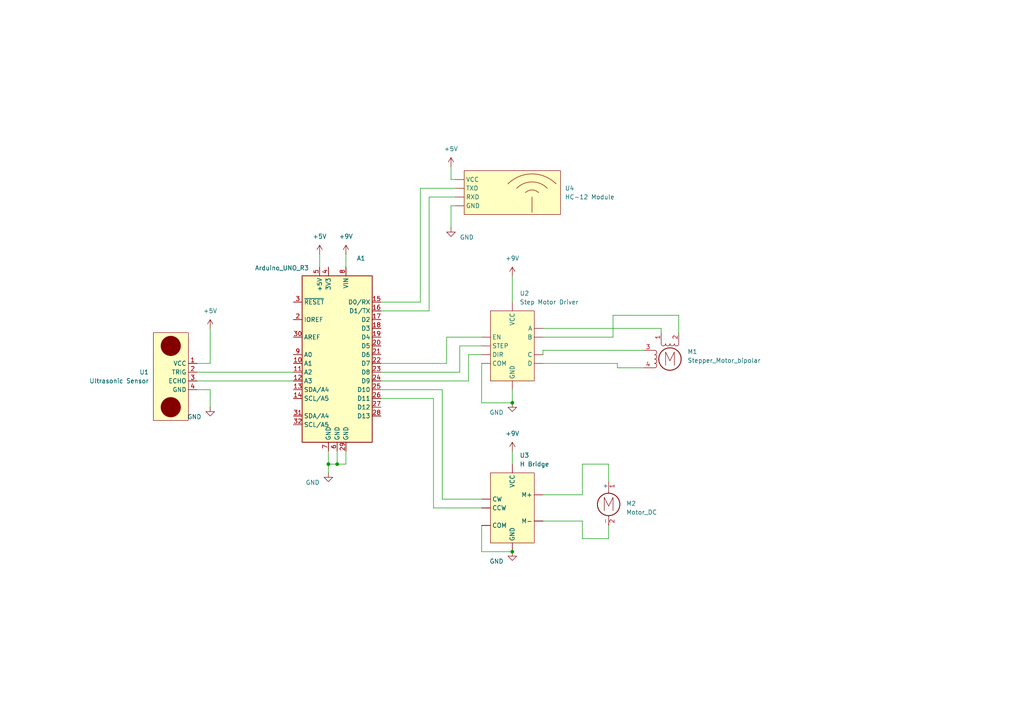
<source format=kicad_sch>
(kicad_sch (version 20250114) (generator "eeschema") (generator_version "9.0")
  (paper "A4")
  (lib_symbols
    (symbol "AA_parts:HC-12_Mod"
      (property "Reference" "U" (at 6.858 3.81 0))
      (property "Value" "HC-12 Module" (at 21.082 3.81 0))
      (symbol "HC-12_Mod_0_1"
        (polyline (pts (xy 22.225 -5.08) (xy 22.225 -9.525)))
        (arc (start 20.32 -3.81) (mid 22.225 -3.0209) (end 24.13 -3.81))
        (arc (start 17.78 -2.54) (mid 22.225 -0.6988) (end 26.67 -2.54))
        (arc (start 15.24 -1.27) (mid 22.225 1.6233) (end 29.21 -1.27))
      )
      (symbol "HC-12_Mod_1_1"
        (rectangle (start 2.54 2.54) (end 30.48 -10.16) (fill (type background)))
        (pin input line (at 0 0 0) (length 2.54) (name "VCC") (number ""))
        (pin input line (at 0 -2.54 0) (length 2.54) (name "TXD") (number ""))
        (pin input line (at 0 -5.08 0) (length 2.54) (name "RXD") (number ""))
        (pin input line (at 0 -7.62 0) (length 2.54) (name "GND") (number ""))
      )
    )
    (symbol "AA_parts:H_Bridge"
      (property "Reference" "U" (at 11.684 11.938 0))
      (property "Value" "H Bridge" (at 14.732 9.144 0))
      (symbol "H_Bridge_1_1"
        (rectangle (start 2.54 7.62) (end 15.24 -12.7) (fill (type background)))
        (pin input line (at 0 0 0) (length 2.54) (name "CW") (number ""))
        (pin input line (at 0 -2.54 0) (length 2.54) (name "CCW") (number ""))
        (pin input line (at 0 -7.62 0) (length 2.54) (name "COM") (number ""))
        (pin input line (at 8.89 10.16 270) (length 2.54) (name "VCC") (number ""))
        (pin input line (at 8.89 -15.24 90) (length 2.54) (name "GND") (number ""))
        (pin input line (at 17.78 1.27 180) (length 2.54) (name "M+") (number ""))
        (pin input line (at 17.78 -6.35 180) (length 2.54) (name "M-") (number ""))
      )
    )
    (symbol "AA_parts:Ultrasonic"
      (property "Reference" "U" (at 3.302 12.446 0))
      (property "Value" "Ultrasonic Sensor" (at 11.176 10.668 0))
      (symbol "Ultrasonic_1_1"
        (rectangle (start 2.54 8.89) (end 12.7 -16.51) (fill (type background)))
        (circle (center 7.62 5.08) (radius 2.8398) (fill (type outline)))
        (circle (center 7.62 -12.7) (radius 2.8398) (fill (type outline)))
        (pin input line (at 0 0 0) (length 2.54) (name "VCC") (number "1"))
        (pin input line (at 0 -2.54 0) (length 2.54) (name "TRIG") (number "2"))
        (pin input line (at 0 -5.08 0) (length 2.54) (name "ECHO") (number "3"))
        (pin input line (at 0 -7.62 0) (length 2.54) (name "GND") (number "4"))
      )
    )
    (symbol "AA_parts:step_driver"
      (property "Reference" "U" (at 11.684 11.938 0))
      (property "Value" "Step Motor Driver" (at 19.304 9.652 0))
      (symbol "step_driver_1_1"
        (rectangle (start 2.54 7.62) (end 15.24 -12.7) (fill (type background)))
        (pin input line (at 0 0 0) (length 2.54) (name "EN") (number ""))
        (pin input line (at 0 -2.54 0) (length 2.54) (name "STEP") (number ""))
        (pin input line (at 0 -5.08 0) (length 2.54) (name "DIR") (number ""))
        (pin input line (at 0 -7.62 0) (length 2.54) (name "COM") (number ""))
        (pin input line (at 8.89 10.16 270) (length 2.54) (name "VCC") (number ""))
        (pin input line (at 8.89 -15.24 90) (length 2.54) (name "GND") (number ""))
        (pin input line (at 17.78 2.54 180) (length 2.54) (name "A") (number ""))
        (pin input line (at 17.78 0 180) (length 2.54) (name "B") (number ""))
        (pin input line (at 17.78 -5.08 180) (length 2.54) (name "C") (number ""))
        (pin input line (at 17.78 -7.62 180) (length 2.54) (name "D") (number ""))
      )
    )
    (symbol "MCU_Module:Arduino_UNO_R3"
      (property "Reference" "A" (at -10.16 23.495 0))
      (property "Value" "Arduino_UNO_R3" (at 5.08 -26.67 0))
      (symbol "Arduino_UNO_R3_0_1"
        (rectangle (start -10.16 22.86) (end 10.16 -25.4) (stroke (width 0.254)) (fill (type background)))
      )
      (symbol "Arduino_UNO_R3_1_1"
        (pin bidirectional line (at -12.7 15.24 0) (length 2.54) (name "D0/RX") (number "15"))
        (pin bidirectional line (at -12.7 12.7 0) (length 2.54) (name "D1/TX") (number "16"))
        (pin bidirectional line (at -12.7 10.16 0) (length 2.54) (name "D2") (number "17"))
        (pin bidirectional line (at -12.7 7.62 0) (length 2.54) (name "D3") (number "18"))
        (pin bidirectional line (at -12.7 5.08 0) (length 2.54) (name "D4") (number "19"))
        (pin bidirectional line (at -12.7 2.54 0) (length 2.54) (name "D5") (number "20"))
        (pin bidirectional line (at -12.7 0 0) (length 2.54) (name "D6") (number "21"))
        (pin bidirectional line (at -12.7 -2.54 0) (length 2.54) (name "D7") (number "22"))
        (pin bidirectional line (at -12.7 -5.08 0) (length 2.54) (name "D8") (number "23"))
        (pin bidirectional line (at -12.7 -7.62 0) (length 2.54) (name "D9") (number "24"))
        (pin bidirectional line (at -12.7 -10.16 0) (length 2.54) (name "D10") (number "25"))
        (pin bidirectional line (at -12.7 -12.7 0) (length 2.54) (name "D11") (number "26"))
        (pin bidirectional line (at -12.7 -15.24 0) (length 2.54) (name "D12") (number "27"))
        (pin bidirectional line (at -12.7 -17.78 0) (length 2.54) (name "D13") (number "28"))
        (pin no_connect line (at -10.16 -20.32 0) (length 2.54) (hide yes) (name "NC") (number "1"))
        (pin power_in line (at -2.54 25.4 270) (length 2.54) (name "VIN") (number "8"))
        (pin power_in line (at -2.54 -27.94 90) (length 2.54) (name "GND") (number "29"))
        (pin power_in line (at 0 -27.94 90) (length 2.54) (name "GND") (number "6"))
        (pin power_out line (at 2.54 25.4 270) (length 2.54) (name "3V3") (number "4"))
        (pin power_in line (at 2.54 -27.94 90) (length 2.54) (name "GND") (number "7"))
        (pin power_out line (at 5.08 25.4 270) (length 2.54) (name "+5V") (number "5"))
        (pin input line (at 12.7 15.24 180) (length 2.54) (name "~{RESET}") (number "3"))
        (pin output line (at 12.7 10.16 180) (length 2.54) (name "IOREF") (number "2"))
        (pin input line (at 12.7 5.08 180) (length 2.54) (name "AREF") (number "30"))
        (pin bidirectional line (at 12.7 0 180) (length 2.54) (name "A0") (number "9"))
        (pin bidirectional line (at 12.7 -2.54 180) (length 2.54) (name "A1") (number "10"))
        (pin bidirectional line (at 12.7 -5.08 180) (length 2.54) (name "A2") (number "11"))
        (pin bidirectional line (at 12.7 -7.62 180) (length 2.54) (name "A3") (number "12"))
        (pin bidirectional line (at 12.7 -10.16 180) (length 2.54) (name "SDA/A4") (number "13"))
        (pin bidirectional line (at 12.7 -12.7 180) (length 2.54) (name "SCL/A5") (number "14"))
        (pin bidirectional line (at 12.7 -17.78 180) (length 2.54) (name "SDA/A4") (number "31"))
        (pin bidirectional line (at 12.7 -20.32 180) (length 2.54) (name "SCL/A5") (number "32"))
      )
    )
    (symbol "Motor:Motor_DC" (pin_names (offset 0))
      (property "Reference" "M" (at 2.54 2.54 0))
      (property "Value" "Motor_DC" (at 2.54 -5.08 0))
      (symbol "Motor_DC_0_0"
        (polyline (pts (xy -1.27 -3.302) (xy -1.27 0.508) (xy 0 -2.032) (xy 1.27 0.508) (xy 1.27 -3.302)))
      )
      (symbol "Motor_DC_0_1"
        (polyline (pts (xy 0 2.032) (xy 0 2.54)))
        (polyline (pts (xy 0 1.7272) (xy 0 2.0828)))
        (circle (center 0 -1.524) (radius 3.2512) (stroke (width 0.254)))
        (polyline (pts (xy 0 -4.7752) (xy 0 -5.1816)))
        (polyline (pts (xy 0 -7.62) (xy 0 -7.112)))
      )
      (symbol "Motor_DC_1_1"
        (pin passive line (at 0 5.08 270) (length 2.54) (name "+") (number "1"))
        (pin passive line (at 0 -7.62 90) (length 2.54) (name "-") (number "2"))
      )
    )
    (symbol "Motor:Stepper_Motor_bipolar" (pin_names (offset 0) (hide yes))
      (property "Reference" "M" (at 3.81 2.54 0))
      (property "Value" "Stepper_Motor_bipolar" (at 3.81 1.27 0))
      (symbol "Stepper_Motor_bipolar_0_0"
        (polyline (pts (xy -1.27 -1.778) (xy -1.27 2.032) (xy 0 -0.508) (xy 1.27 2.032) (xy 1.27 -1.778)))
      )
      (symbol "Stepper_Motor_bipolar_0_1"
        (polyline (pts (xy -5.08 2.54) (xy -4.445 2.54)))
        (polyline (pts (xy -5.08 -2.54) (xy -4.445 -2.54)))
        (arc (start -4.445 2.54) (mid -3.8127 1.905) (end -4.445 1.27))
        (arc (start -4.445 1.27) (mid -3.8127 0.635) (end -4.445 0))
        (arc (start -4.445 0) (mid -3.8127 -0.635) (end -4.445 -1.27))
        (arc (start -4.445 -1.27) (mid -3.8127 -1.905) (end -4.445 -2.54))
        (polyline (pts (xy -2.54 5.08) (xy -2.54 4.445)))
        (arc (start -1.27 4.445) (mid -1.905 3.8127) (end -2.54 4.445))
        (arc (start 0 4.445) (mid -0.635 3.8127) (end -1.27 4.445))
        (circle (center 0 0) (radius 3.2512) (stroke (width 0.254)))
        (arc (start 1.27 4.445) (mid 0.635 3.8127) (end 0 4.445))
        (arc (start 2.54 4.445) (mid 1.905 3.8127) (end 1.27 4.445))
        (polyline (pts (xy 2.54 5.08) (xy 2.54 4.445)))
      )
      (symbol "Stepper_Motor_bipolar_1_1"
        (pin passive line (at -7.62 2.54 0) (length 2.54) (name "~") (number "3"))
        (pin passive line (at -7.62 -2.54 0) (length 2.54) (name "~") (number "4"))
        (pin passive line (at -2.54 7.62 270) (length 2.54) (name "~") (number "1"))
        (pin passive line (at 2.54 7.62 270) (length 2.54) (name "-") (number "2"))
      )
    )
    (symbol "power:+5V" (power) (pin_numbers (hide yes)) (pin_names (offset 0) (hide yes))
      (property "Value" "+5V" (at 0 3.556 0))
      (symbol "+5V_0_1"
        (polyline (pts (xy -0.762 1.27) (xy 0 2.54)))
        (polyline (pts (xy 0 2.54) (xy 0.762 1.27)))
        (polyline (pts (xy 0 0) (xy 0 2.54)))
      )
      (symbol "+5V_1_1"
        (pin power_in line (at 0 0 90) (length 0) (name "~") (number "1"))
      )
    )
    (symbol "power:+9V" (power) (pin_numbers (hide yes)) (pin_names (offset 0) (hide yes))
      (property "Value" "+9V" (at 0 3.556 0))
      (symbol "+9V_0_1"
        (polyline (pts (xy -0.762 1.27) (xy 0 2.54)))
        (polyline (pts (xy 0 2.54) (xy 0.762 1.27)))
        (polyline (pts (xy 0 0) (xy 0 2.54)))
      )
      (symbol "+9V_1_1"
        (pin power_in line (at 0 0 90) (length 0) (name "~") (number "1"))
      )
    )
    (symbol "power:GND" (power) (pin_numbers (hide yes)) (pin_names (offset 0) (hide yes))
      (property "Value" "GND" (at 0 -3.81 0))
      (symbol "GND_0_1"
        (polyline (pts (xy 0 0) (xy 0 -1.27) (xy 1.27 -1.27) (xy 0 -2.54) (xy -1.27 -1.27) (xy 0 -1.27)))
      )
      (symbol "GND_1_1"
        (pin power_in line (at 0 0 270) (length 0) (name "~") (number "1"))
      )
    )
  )
  (junction (at 148.59 116.84))
  (junction (at 97.79 134.62))
  (junction (at 148.59 160.02))
  (junction (at 95.25 134.62))
  (wire (pts (xy 100.33 134.62) (xy 97.79 134.62)))
  (wire (pts (xy 196.85 91.44) (xy 196.85 96.52)))
  (wire (pts (xy 60.96 95.25) (xy 60.96 105.41)))
  (wire (pts (xy 177.8 97.79) (xy 177.8 91.44)))
  (wire (pts (xy 97.79 134.62) (xy 95.25 134.62)))
  (wire (pts (xy 125.73 147.32) (xy 139.7 147.32)))
  (wire (pts (xy 157.48 143.51) (xy 168.91 143.51)))
  (wire (pts (xy 157.48 95.25) (xy 191.77 95.25)))
  (wire (pts (xy 130.81 59.69) (xy 130.81 66.04)))
  (wire (pts (xy 148.59 80.01) (xy 148.59 87.63)))
  (wire (pts (xy 132.08 52.07) (xy 130.81 52.07)))
  (wire (pts (xy 132.08 57.15) (xy 124.46 57.15)))
  (wire (pts (xy 139.7 105.41) (xy 139.7 116.84)))
  (wire (pts (xy 157.48 97.79) (xy 177.8 97.79)))
  (wire (pts (xy 124.46 90.17) (xy 110.49 90.17)))
  (wire (pts (xy 179.07 106.68) (xy 186.69 106.68)))
  (wire (pts (xy 148.59 130.81) (xy 148.59 134.62)))
  (wire (pts (xy 110.49 87.63) (xy 121.92 87.63)))
  (wire (pts (xy 132.08 59.69) (xy 130.81 59.69)))
  (wire (pts (xy 57.15 113.03) (xy 60.96 113.03)))
  (wire (pts (xy 92.71 73.66) (xy 92.71 77.47)))
  (wire (pts (xy 139.7 116.84) (xy 148.59 116.84)))
  (wire (pts (xy 135.89 102.87) (xy 139.7 102.87)))
  (wire (pts (xy 168.91 134.62) (xy 176.53 134.62)))
  (wire (pts (xy 121.92 87.63) (xy 121.92 54.61)))
  (wire (pts (xy 121.92 54.61) (xy 132.08 54.61)))
  (wire (pts (xy 133.35 100.33) (xy 139.7 100.33)))
  (wire (pts (xy 110.49 107.95) (xy 133.35 107.95)))
  (wire (pts (xy 95.25 134.62) (xy 95.25 137.16)))
  (wire (pts (xy 133.35 107.95) (xy 133.35 100.33)))
  (wire (pts (xy 176.53 156.21) (xy 176.53 152.4)))
  (wire (pts (xy 135.89 110.49) (xy 135.89 102.87)))
  (wire (pts (xy 125.73 115.57) (xy 125.73 147.32)))
  (wire (pts (xy 57.15 105.41) (xy 60.96 105.41)))
  (wire (pts (xy 191.77 95.25) (xy 191.77 96.52)))
  (wire (pts (xy 110.49 105.41) (xy 129.54 105.41)))
  (wire (pts (xy 100.33 130.81) (xy 100.33 134.62)))
  (wire (pts (xy 110.49 113.03) (xy 128.27 113.03)))
  (wire (pts (xy 57.15 107.95) (xy 85.09 107.95)))
  (wire (pts (xy 148.59 160.02) (xy 139.7 160.02)))
  (wire (pts (xy 128.27 113.03) (xy 128.27 144.78)))
  (wire (pts (xy 124.46 57.15) (xy 124.46 90.17)))
  (wire (pts (xy 139.7 160.02) (xy 139.7 152.4)))
  (wire (pts (xy 100.33 73.66) (xy 100.33 77.47)))
  (wire (pts (xy 129.54 105.41) (xy 129.54 97.79)))
  (wire (pts (xy 168.91 151.13) (xy 168.91 156.21)))
  (wire (pts (xy 110.49 110.49) (xy 135.89 110.49)))
  (wire (pts (xy 168.91 156.21) (xy 176.53 156.21)))
  (wire (pts (xy 110.49 115.57) (xy 125.73 115.57)))
  (wire (pts (xy 129.54 97.79) (xy 139.7 97.79)))
  (wire (pts (xy 157.48 101.6) (xy 157.48 102.87)))
  (wire (pts (xy 157.48 151.13) (xy 168.91 151.13)))
  (wire (pts (xy 177.8 91.44) (xy 196.85 91.44)))
  (wire (pts (xy 179.07 105.41) (xy 179.07 106.68)))
  (wire (pts (xy 95.25 130.81) (xy 95.25 134.62)))
  (wire (pts (xy 176.53 134.62) (xy 176.53 139.7)))
  (wire (pts (xy 128.27 144.78) (xy 139.7 144.78)))
  (wire (pts (xy 97.79 130.81) (xy 97.79 134.62)))
  (wire (pts (xy 157.48 105.41) (xy 179.07 105.41)))
  (wire (pts (xy 60.96 113.03) (xy 60.96 118.11)))
  (wire (pts (xy 130.81 48.26) (xy 130.81 52.07)))
  (wire (pts (xy 148.59 116.84) (xy 148.59 113.03)))
  (wire (pts (xy 186.69 101.6) (xy 157.48 101.6)))
  (wire (pts (xy 57.15 110.49) (xy 85.09 110.49)))
  (wire (pts (xy 168.91 143.51) (xy 168.91 134.62)))
  (symbol (lib_id "power:+5V") (at 92.71 73.66 0) (unit 1)
    (property "Reference" "#PWR05" (effects (hide yes)))
    (property "Value" "+5V" (at 92.71 68.58 0))
    (property "Description" "Power symbol creates a global label with name \"+5V\"" (effects (hide yes)))
  )
  (symbol (lib_id "Motor:Stepper_Motor_bipolar") (at 194.31 104.14 0) (unit 1)
    (property "Reference" "M1" (at 199.39 102.019 0) (effects (justify left)))
    (property "Value" "Stepper_Motor_bipolar" (at 199.39 104.559 0) (effects (justify left)))
    (property "Datasheet" "http://www.infineon.com/dgdl/Application-Note-TLE8110EE_driving_UniPolarStepperMotor_V1.1.pdf?fileId=db3a30431be39b97011be5d0aa0a00b0" (effects (hide yes)))
    (property "Description" "4-wire bipolar stepper motor" (effects (hide yes)))
  )
  (symbol (lib_id "power:+5V") (at 130.81 48.26 0) (unit 1)
    (property "Reference" "#PWR010" (effects (hide yes)))
    (property "Value" "+5V" (at 130.81 43.18 0))
    (property "Description" "Power symbol creates a global label with name \"+5V\"" (effects (hide yes)))
  )
  (symbol (lib_id "AA_parts:Ultrasonic") (at 57.15 105.41 0) (mirror y) (unit 1)
    (property "Reference" "U1" (at 43.18 107.9499 0) (effects (justify left)))
    (property "Value" "Ultrasonic Sensor" (at 43.18 110.4899 0) (effects (justify left)))
  )
  (symbol (lib_id "power:GND") (at 148.59 160.02 0) (unit 1)
    (property "Reference" "#PWR02" (effects (hide yes)))
    (property "Value" "GND" (at 144.018 162.814 0))
    (property "Description" "Power symbol creates a global label with name \"GND\" , ground" (effects (hide yes)))
  )
  (symbol (lib_id "Motor:Motor_DC") (at 176.53 144.78 0) (unit 1)
    (property "Reference" "M2" (at 181.61 146.0499 0) (effects (justify left)))
    (property "Value" "Motor_DC" (at 181.61 148.5899 0) (effects (justify left)))
    (property "Description" "DC Motor" (effects (hide yes)))
  )
  (symbol (lib_id "AA_parts:HC-12_Mod") (at 132.08 52.07 0) (unit 1)
    (property "Reference" "U4" (at 163.83 54.6099 0) (effects (justify left)))
    (property "Value" "HC-12 Module" (at 163.83 57.1499 0) (effects (justify left)))
  )
  (symbol (lib_id "AA_parts:H_Bridge") (at 139.7 144.78 0) (unit 1)
    (property "Reference" "U3" (at 150.7333 132.08 0) (effects (justify left)))
    (property "Value" "H Bridge" (at 150.7333 134.62 0) (effects (justify left)))
  )
  (symbol (lib_id "power:GND") (at 148.59 116.84 0) (unit 1)
    (property "Reference" "#PWR01" (effects (hide yes)))
    (property "Value" "GND" (at 144.018 119.634 0))
    (property "Description" "Power symbol creates a global label with name \"GND\" , ground" (effects (hide yes)))
  )
  (symbol (lib_id "MCU_Module:Arduino_UNO_R3") (at 97.79 102.87 0) (mirror y) (unit 1)
    (property "Reference" "A1" (at 103.4481 74.93 0) (effects (justify right)))
    (property "Value" "Arduino_UNO_R3" (at 73.914 77.724 0) (effects (justify right)))
    (property "Footprint" "Module:Arduino_UNO_R3" (effects (hide yes)))
    (property "Datasheet" "https://www.arduino.cc/en/Main/arduinoBoardUno" (effects (hide yes)))
    (property "Description" "Arduino UNO Microcontroller Module, release 3" (effects (hide yes)))
  )
  (symbol (lib_id "power:+9V") (at 148.59 80.01 0) (unit 1)
    (property "Reference" "#PWR07" (effects (hide yes)))
    (property "Value" "+9V" (at 148.59 74.93 0))
    (property "Description" "Power symbol creates a global label with name \"+9V\"" (effects (hide yes)))
  )
  (symbol (lib_id "AA_parts:step_driver") (at 139.7 97.79 0) (unit 1)
    (property "Reference" "U2" (at 150.7333 85.09 0) (effects (justify left)))
    (property "Value" "Step Motor Driver" (at 150.7333 87.63 0) (effects (justify left)))
  )
  (symbol (lib_id "power:+9V") (at 148.59 130.81 0) (unit 1)
    (property "Reference" "#PWR06" (effects (hide yes)))
    (property "Value" "+9V" (at 148.59 125.73 0))
    (property "Description" "Power symbol creates a global label with name \"+9V\"" (effects (hide yes)))
  )
  (symbol (lib_id "power:+5V") (at 60.96 95.25 0) (unit 1)
    (property "Reference" "#PWR04" (effects (hide yes)))
    (property "Value" "+5V" (at 60.96 90.17 0))
    (property "Description" "Power symbol creates a global label with name \"+5V\"" (effects (hide yes)))
  )
  (symbol (lib_id "power:GND") (at 95.25 137.16 0) (unit 1)
    (property "Reference" "#PWR09" (effects (hide yes)))
    (property "Value" "GND" (at 90.678 139.954 0))
    (property "Description" "Power symbol creates a global label with name \"GND\" , ground" (effects (hide yes)))
  )
  (symbol (lib_id "power:GND") (at 60.96 118.11 0) (unit 1)
    (property "Reference" "#PWR03" (effects (hide yes)))
    (property "Value" "GND" (at 56.388 120.904 0))
    (property "Description" "Power symbol creates a global label with name \"GND\" , ground" (effects (hide yes)))
  )
  (symbol (lib_id "power:GND") (at 130.81 66.04 0) (mirror y) (unit 1)
    (property "Reference" "#PWR011" (effects (hide yes)))
    (property "Value" "GND" (at 135.382 68.834 0))
    (property "Description" "Power symbol creates a global label with name \"GND\" , ground" (effects (hide yes)))
  )
  (symbol (lib_id "power:+9V") (at 100.33 73.66 0) (unit 1)
    (property "Reference" "#PWR08" (effects (hide yes)))
    (property "Value" "+9V" (at 100.33 68.58 0))
    (property "Description" "Power symbol creates a global label with name \"+9V\"" (effects (hide yes)))
  )
)
</source>
